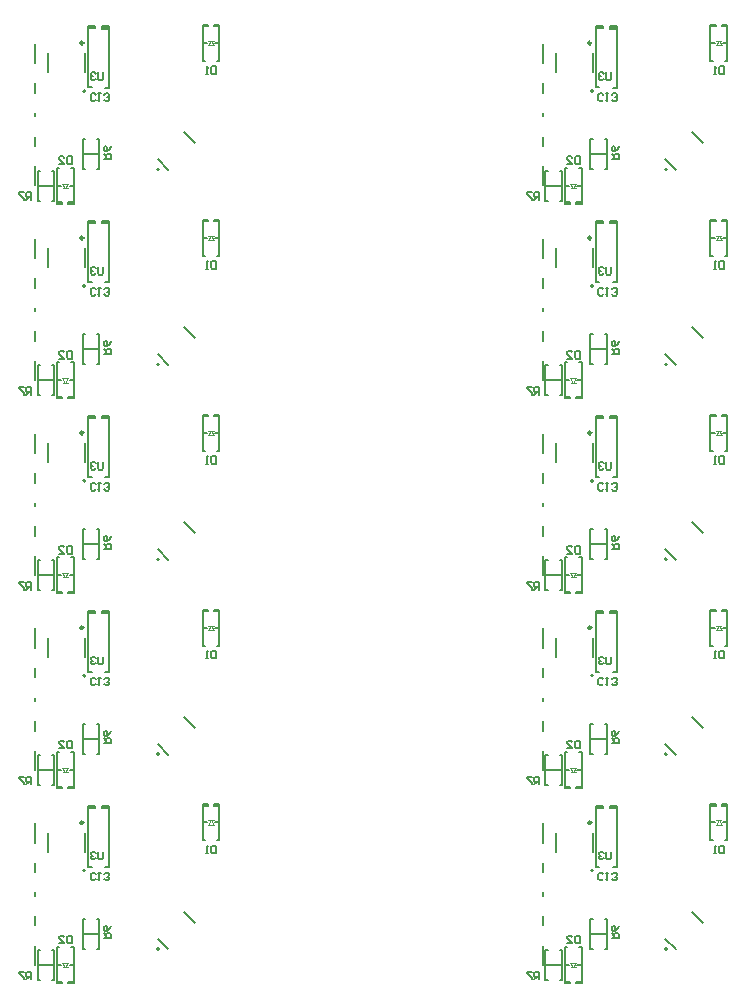
<source format=gbo>
G04*
G04 #@! TF.GenerationSoftware,Altium Limited,Altium Designer,22.10.1 (41)*
G04*
G04 Layer_Color=32896*
%FSTAX24Y24*%
%MOIN*%
G70*
G04*
G04 #@! TF.SameCoordinates,5BB37C8D-2695-4AAB-85CC-B91A701228BC*
G04*
G04*
G04 #@! TF.FilePolarity,Positive*
G04*
G01*
G75*
%ADD52C,0.0079*%
%ADD53C,0.0098*%
%ADD54C,0.0059*%
%ADD55C,0.0050*%
%ADD56C,0.0060*%
%ADD88C,0.0039*%
%ADD89R,0.0236X0.0059*%
%ADD90R,0.0236X0.0059*%
D52*
X020836Y017369D02*
G03*
X020836Y017369I-000039J0D01*
G01*
X0233Y014759D02*
G03*
X0233Y014759I-000039J0D01*
G01*
X021627Y017487D02*
Y019534D01*
X021391D02*
X021627D01*
X021509Y017487D02*
X021627D01*
X021391Y019456D02*
Y019534D01*
Y019456D02*
X021627D01*
X020929Y017494D02*
Y019541D01*
X021165D01*
X020929Y017494D02*
X021047Y017494D01*
X021165Y019462D02*
Y019541D01*
X020929Y019462D02*
X021165D01*
X037765Y017369D02*
G03*
X037765Y017369I-000039J0D01*
G01*
X040229Y014759D02*
G03*
X040229Y014759I-000039J0D01*
G01*
X038556Y017487D02*
Y019534D01*
X03832D02*
X038556D01*
X038438Y017487D02*
X038556D01*
X03832Y019456D02*
Y019534D01*
Y019456D02*
X038556D01*
X037858Y017494D02*
Y019541D01*
X038094D01*
X037858Y017494D02*
X037976Y017494D01*
X038094Y019462D02*
Y019541D01*
X037858Y019462D02*
X038094D01*
X020836Y023865D02*
G03*
X020836Y023865I-000039J0D01*
G01*
X0233Y021255D02*
G03*
X0233Y021255I-000039J0D01*
G01*
X021627Y023983D02*
Y02603D01*
X021391D02*
X021627D01*
X021509Y023983D02*
X021627D01*
X021391Y025952D02*
Y02603D01*
Y025952D02*
X021627D01*
X020929Y02399D02*
Y026037D01*
X021165D01*
X020929Y02399D02*
X021047Y02399D01*
X021165Y025958D02*
Y026037D01*
X020929Y025958D02*
X021165D01*
X037765Y023865D02*
G03*
X037765Y023865I-000039J0D01*
G01*
X040229Y021255D02*
G03*
X040229Y021255I-000039J0D01*
G01*
X038556Y023983D02*
Y02603D01*
X03832D02*
X038556D01*
X038438Y023983D02*
X038556D01*
X03832Y025952D02*
Y02603D01*
Y025952D02*
X038556D01*
X037858Y02399D02*
Y026037D01*
X038094D01*
X037858Y02399D02*
X037976Y02399D01*
X038094Y025958D02*
Y026037D01*
X037858Y025958D02*
X038094D01*
X020836Y030361D02*
G03*
X020836Y030361I-000039J0D01*
G01*
X0233Y027751D02*
G03*
X0233Y027751I-000039J0D01*
G01*
X021627Y030479D02*
Y032526D01*
X021391D02*
X021627D01*
X021509Y030479D02*
X021627D01*
X021391Y032448D02*
Y032526D01*
Y032448D02*
X021627D01*
X020929Y030486D02*
Y032533D01*
X021165D01*
X020929Y030486D02*
X021047Y030486D01*
X021165Y032454D02*
Y032533D01*
X020929Y032454D02*
X021165D01*
X037765Y030361D02*
G03*
X037765Y030361I-000039J0D01*
G01*
X040229Y027751D02*
G03*
X040229Y027751I-000039J0D01*
G01*
X038556Y030479D02*
Y032526D01*
X03832D02*
X038556D01*
X038438Y030479D02*
X038556D01*
X03832Y032448D02*
Y032526D01*
Y032448D02*
X038556D01*
X037858Y030486D02*
Y032533D01*
X038094D01*
X037858Y030486D02*
X037976Y030486D01*
X038094Y032454D02*
Y032533D01*
X037858Y032454D02*
X038094D01*
X020836Y036857D02*
G03*
X020836Y036857I-000039J0D01*
G01*
X0233Y034247D02*
G03*
X0233Y034247I-000039J0D01*
G01*
X021627Y036975D02*
Y039023D01*
X021391D02*
X021627D01*
X021509Y036975D02*
X021627D01*
X021391Y038944D02*
Y039023D01*
Y038944D02*
X021627D01*
X020929Y036982D02*
Y039029D01*
X021165D01*
X020929Y036982D02*
X021047Y036982D01*
X021165Y03895D02*
Y039029D01*
X020929Y03895D02*
X021165D01*
X037765Y036857D02*
G03*
X037765Y036857I-000039J0D01*
G01*
X040229Y034247D02*
G03*
X040229Y034247I-000039J0D01*
G01*
X038556Y036975D02*
Y039023D01*
X03832D02*
X038556D01*
X038438Y036975D02*
X038556D01*
X03832Y038944D02*
Y039023D01*
Y038944D02*
X038556D01*
X037858Y036982D02*
Y039029D01*
X038094D01*
X037858Y036982D02*
X037976Y036982D01*
X038094Y03895D02*
Y039029D01*
X037858Y03895D02*
X038094D01*
X020836Y043353D02*
G03*
X020836Y043353I-000039J0D01*
G01*
X0233Y040743D02*
G03*
X0233Y040743I-000039J0D01*
G01*
X021627Y043471D02*
Y045519D01*
X021391D02*
X021627D01*
X021509Y043471D02*
X021627D01*
X021391Y04544D02*
Y045519D01*
Y04544D02*
X021627D01*
X020929Y043478D02*
Y045525D01*
X021165D01*
X020929Y043478D02*
X021047Y043478D01*
X021165Y045446D02*
Y045525D01*
X020929Y045446D02*
X021165D01*
X037765Y043353D02*
G03*
X037765Y043353I-000039J0D01*
G01*
X040229Y040743D02*
G03*
X040229Y040743I-000039J0D01*
G01*
X038556Y043471D02*
Y045519D01*
X03832D02*
X038556D01*
X038438Y043471D02*
X038556D01*
X03832Y04544D02*
Y045519D01*
Y04544D02*
X038556D01*
X037858Y043478D02*
Y045525D01*
X038094D01*
X037858Y043478D02*
X037976Y043478D01*
X038094Y045446D02*
Y045525D01*
X037858Y045446D02*
X038094D01*
D53*
X020772Y018971D02*
G03*
X020772Y018971I-000049J0D01*
G01*
X037701D02*
G03*
X037701Y018971I-000049J0D01*
G01*
X020772Y025467D02*
G03*
X020772Y025467I-000049J0D01*
G01*
X037701D02*
G03*
X037701Y025467I-000049J0D01*
G01*
X020772Y031963D02*
G03*
X020772Y031963I-000049J0D01*
G01*
X037701D02*
G03*
X037701Y031963I-000049J0D01*
G01*
X020772Y03846D02*
G03*
X020772Y03846I-000049J0D01*
G01*
X037701D02*
G03*
X037701Y03846I-000049J0D01*
G01*
X020772Y044956D02*
G03*
X020772Y044956I-000049J0D01*
G01*
X037701D02*
G03*
X037701Y044956I-000049J0D01*
G01*
D54*
X025123Y019526D02*
Y019576D01*
X025299Y019576D01*
Y019526D02*
Y019576D01*
X024923Y019526D02*
Y019576D01*
X024747Y019576D02*
X024923Y019576D01*
X024747Y019526D02*
Y019576D01*
X025223Y018376D02*
X025299D01*
Y019567D01*
X025123Y019526D02*
X025299D01*
X024747D02*
X024923D01*
X024747Y018376D02*
Y019567D01*
Y018376D02*
X024823D01*
X024747Y018976D02*
X024885D01*
X025161D02*
X025299D01*
X020747Y015271D02*
X021298D01*
X021223Y014771D02*
X021298D01*
Y015771D01*
X021223D02*
X021298D01*
X020747D02*
X020823D01*
X020747Y014771D02*
Y015771D01*
Y014771D02*
X020823D01*
X020073Y013671D02*
X020073Y013621D01*
X019897Y013621D02*
X020073Y013621D01*
X019897Y013671D02*
X019897Y013621D01*
X020273Y013671D02*
X020273Y013621D01*
X020449Y013621D01*
X020449Y013671D02*
X020449Y013621D01*
X019897Y014821D02*
X019973Y014821D01*
X019897Y013631D02*
X019897Y014821D01*
X019897Y013671D02*
X020073Y013671D01*
X020273Y013671D02*
X020449Y013671D01*
Y013631D02*
Y014821D01*
X020373Y014821D02*
X020449Y014821D01*
X020311Y014221D02*
X020449Y014221D01*
X019897Y014221D02*
X020035D01*
X019247Y013721D02*
X019323D01*
X019247D02*
Y014721D01*
X019323D01*
X019723Y014721D02*
X019799Y014721D01*
Y013721D02*
Y014721D01*
X019723Y013721D02*
X019799Y013721D01*
X019247Y014221D02*
X019799Y014221D01*
X019148Y018298D02*
Y018948D01*
X019148Y017629D02*
X019148Y017314D01*
Y016526D02*
Y016645D01*
X019148Y015542D02*
X019148Y015857D01*
Y014223D02*
Y014873D01*
X042052Y019526D02*
Y019576D01*
X042228Y019576D01*
Y019526D02*
Y019576D01*
X041852Y019526D02*
Y019576D01*
X041676Y019576D02*
X041852Y019576D01*
X041676Y019526D02*
Y019576D01*
X042152Y018376D02*
X042228D01*
Y019567D01*
X042052Y019526D02*
X042228D01*
X041676D02*
X041852D01*
X041676Y018376D02*
Y019567D01*
Y018376D02*
X041752D01*
X041676Y018976D02*
X041814D01*
X04209D02*
X042228D01*
X037676Y015271D02*
X038228D01*
X038152Y014771D02*
X038228D01*
Y015771D01*
X038152D02*
X038228D01*
X037676D02*
X037752D01*
X037676Y014771D02*
Y015771D01*
Y014771D02*
X037752D01*
X037002Y013671D02*
X037002Y013621D01*
X036826Y013621D02*
X037002Y013621D01*
X036826Y013671D02*
X036826Y013621D01*
X037202Y013671D02*
X037202Y013621D01*
X037378Y013621D01*
X037378Y013671D02*
X037378Y013621D01*
X036826Y014821D02*
X036902Y014821D01*
X036826Y013631D02*
X036826Y014821D01*
X036826Y013671D02*
X037002Y013671D01*
X037202Y013671D02*
X037378Y013671D01*
Y013631D02*
Y014821D01*
X037302Y014821D02*
X037378Y014821D01*
X03724Y014221D02*
X037378Y014221D01*
X036826Y014221D02*
X036964D01*
X036176Y013721D02*
X036252D01*
X036176D02*
Y014721D01*
X036252D01*
X036652Y014721D02*
X036728Y014721D01*
Y013721D02*
Y014721D01*
X036652Y013721D02*
X036728Y013721D01*
X036176Y014221D02*
X036728Y014221D01*
X036077Y018298D02*
Y018948D01*
X036077Y017629D02*
X036077Y017314D01*
Y016526D02*
Y016645D01*
X036077Y015542D02*
X036077Y015857D01*
Y014223D02*
Y014873D01*
X025123Y026022D02*
Y026072D01*
X025299Y026072D01*
Y026022D02*
Y026072D01*
X024923Y026022D02*
Y026072D01*
X024747Y026072D02*
X024923Y026072D01*
X024747Y026022D02*
Y026072D01*
X025223Y024872D02*
X025299D01*
Y026063D01*
X025123Y026022D02*
X025299D01*
X024747D02*
X024923D01*
X024747Y024872D02*
Y026063D01*
Y024872D02*
X024823D01*
X024747Y025472D02*
X024885D01*
X025161D02*
X025299D01*
X020747Y021767D02*
X021298D01*
X021223Y021267D02*
X021298D01*
Y022267D01*
X021223D02*
X021298D01*
X020747D02*
X020823D01*
X020747Y021267D02*
Y022267D01*
Y021267D02*
X020823D01*
X020073Y020167D02*
X020073Y020117D01*
X019897Y020117D02*
X020073Y020117D01*
X019897Y020167D02*
X019897Y020117D01*
X020273Y020167D02*
X020273Y020117D01*
X020449Y020117D01*
X020449Y020167D02*
X020449Y020117D01*
X019897Y021317D02*
X019973Y021317D01*
X019897Y020127D02*
X019897Y021317D01*
X019897Y020167D02*
X020073Y020167D01*
X020273Y020167D02*
X020449Y020167D01*
Y020127D02*
Y021317D01*
X020373Y021317D02*
X020449Y021317D01*
X020311Y020717D02*
X020449Y020717D01*
X019897Y020717D02*
X020035D01*
X019247Y020217D02*
X019323D01*
X019247D02*
Y021217D01*
X019323D01*
X019723Y021217D02*
X019799Y021217D01*
Y020217D02*
Y021217D01*
X019723Y020217D02*
X019799Y020217D01*
X019247Y020717D02*
X019799Y020717D01*
X019148Y024794D02*
Y025444D01*
X019148Y024125D02*
X019148Y02381D01*
Y023022D02*
Y023141D01*
X019148Y022038D02*
X019148Y022353D01*
Y020719D02*
Y021369D01*
X042052Y026022D02*
Y026072D01*
X042228Y026072D01*
Y026022D02*
Y026072D01*
X041852Y026022D02*
Y026072D01*
X041676Y026072D02*
X041852Y026072D01*
X041676Y026022D02*
Y026072D01*
X042152Y024872D02*
X042228D01*
Y026063D01*
X042052Y026022D02*
X042228D01*
X041676D02*
X041852D01*
X041676Y024872D02*
Y026063D01*
Y024872D02*
X041752D01*
X041676Y025472D02*
X041814D01*
X04209D02*
X042228D01*
X037676Y021767D02*
X038228D01*
X038152Y021267D02*
X038228D01*
Y022267D01*
X038152D02*
X038228D01*
X037676D02*
X037752D01*
X037676Y021267D02*
Y022267D01*
Y021267D02*
X037752D01*
X037002Y020167D02*
X037002Y020117D01*
X036826Y020117D02*
X037002Y020117D01*
X036826Y020167D02*
X036826Y020117D01*
X037202Y020167D02*
X037202Y020117D01*
X037378Y020117D01*
X037378Y020167D02*
X037378Y020117D01*
X036826Y021317D02*
X036902Y021317D01*
X036826Y020127D02*
X036826Y021317D01*
X036826Y020167D02*
X037002Y020167D01*
X037202Y020167D02*
X037378Y020167D01*
Y020127D02*
Y021317D01*
X037302Y021317D02*
X037378Y021317D01*
X03724Y020717D02*
X037378Y020717D01*
X036826Y020717D02*
X036964D01*
X036176Y020217D02*
X036252D01*
X036176D02*
Y021217D01*
X036252D01*
X036652Y021217D02*
X036728Y021217D01*
Y020217D02*
Y021217D01*
X036652Y020217D02*
X036728Y020217D01*
X036176Y020717D02*
X036728Y020717D01*
X036077Y024794D02*
Y025444D01*
X036077Y024125D02*
X036077Y02381D01*
Y023022D02*
Y023141D01*
X036077Y022038D02*
X036077Y022353D01*
Y020719D02*
Y021369D01*
X025123Y032518D02*
Y032568D01*
X025299Y032568D01*
Y032518D02*
Y032568D01*
X024923Y032518D02*
Y032568D01*
X024747Y032568D02*
X024923Y032568D01*
X024747Y032518D02*
Y032568D01*
X025223Y031368D02*
X025299D01*
Y032559D01*
X025123Y032518D02*
X025299D01*
X024747D02*
X024923D01*
X024747Y031368D02*
Y032559D01*
Y031368D02*
X024823D01*
X024747Y031968D02*
X024885D01*
X025161D02*
X025299D01*
X020747Y028263D02*
X021298D01*
X021223Y027763D02*
X021298D01*
Y028763D01*
X021223D02*
X021298D01*
X020747D02*
X020823D01*
X020747Y027763D02*
Y028763D01*
Y027763D02*
X020823D01*
X020073Y026663D02*
X020073Y026613D01*
X019897Y026613D02*
X020073Y026613D01*
X019897Y026663D02*
X019897Y026613D01*
X020273Y026663D02*
X020273Y026613D01*
X020449Y026613D01*
X020449Y026663D02*
X020449Y026613D01*
X019897Y027813D02*
X019973Y027813D01*
X019897Y026623D02*
X019897Y027813D01*
X019897Y026663D02*
X020073Y026663D01*
X020273Y026663D02*
X020449Y026663D01*
Y026623D02*
Y027813D01*
X020373Y027813D02*
X020449Y027813D01*
X020311Y027213D02*
X020449Y027213D01*
X019897Y027213D02*
X020035D01*
X019247Y026713D02*
X019323D01*
X019247D02*
Y027713D01*
X019323D01*
X019723Y027713D02*
X019799Y027713D01*
Y026713D02*
Y027713D01*
X019723Y026713D02*
X019799Y026713D01*
X019247Y027213D02*
X019799Y027213D01*
X019148Y03129D02*
Y03194D01*
X019148Y030621D02*
X019148Y030306D01*
Y029519D02*
Y029637D01*
X019148Y028534D02*
X019148Y028849D01*
Y027215D02*
Y027865D01*
X042052Y032518D02*
Y032568D01*
X042228Y032568D01*
Y032518D02*
Y032568D01*
X041852Y032518D02*
Y032568D01*
X041676Y032568D02*
X041852Y032568D01*
X041676Y032518D02*
Y032568D01*
X042152Y031368D02*
X042228D01*
Y032559D01*
X042052Y032518D02*
X042228D01*
X041676D02*
X041852D01*
X041676Y031368D02*
Y032559D01*
Y031368D02*
X041752D01*
X041676Y031968D02*
X041814D01*
X04209D02*
X042228D01*
X037676Y028263D02*
X038228D01*
X038152Y027763D02*
X038228D01*
Y028763D01*
X038152D02*
X038228D01*
X037676D02*
X037752D01*
X037676Y027763D02*
Y028763D01*
Y027763D02*
X037752D01*
X037002Y026663D02*
X037002Y026613D01*
X036826Y026613D02*
X037002Y026613D01*
X036826Y026663D02*
X036826Y026613D01*
X037202Y026663D02*
X037202Y026613D01*
X037378Y026613D01*
X037378Y026663D02*
X037378Y026613D01*
X036826Y027813D02*
X036902Y027813D01*
X036826Y026623D02*
X036826Y027813D01*
X036826Y026663D02*
X037002Y026663D01*
X037202Y026663D02*
X037378Y026663D01*
Y026623D02*
Y027813D01*
X037302Y027813D02*
X037378Y027813D01*
X03724Y027213D02*
X037378Y027213D01*
X036826Y027213D02*
X036964D01*
X036176Y026713D02*
X036252D01*
X036176D02*
Y027713D01*
X036252D01*
X036652Y027713D02*
X036728Y027713D01*
Y026713D02*
Y027713D01*
X036652Y026713D02*
X036728Y026713D01*
X036176Y027213D02*
X036728Y027213D01*
X036077Y03129D02*
Y03194D01*
X036077Y030621D02*
X036077Y030306D01*
Y029519D02*
Y029637D01*
X036077Y028534D02*
X036077Y028849D01*
Y027215D02*
Y027865D01*
X025123Y039014D02*
Y039064D01*
X025299Y039064D01*
Y039014D02*
Y039064D01*
X024923Y039014D02*
Y039064D01*
X024747Y039064D02*
X024923Y039064D01*
X024747Y039014D02*
Y039064D01*
X025223Y037864D02*
X025299D01*
Y039055D01*
X025123Y039014D02*
X025299D01*
X024747D02*
X024923D01*
X024747Y037864D02*
Y039055D01*
Y037864D02*
X024823D01*
X024747Y038464D02*
X024885D01*
X025161D02*
X025299D01*
X020747Y03476D02*
X021298D01*
X021223Y03426D02*
X021298D01*
Y03526D01*
X021223D02*
X021298D01*
X020747D02*
X020823D01*
X020747Y03426D02*
Y03526D01*
Y03426D02*
X020823D01*
X020073Y03316D02*
X020073Y03311D01*
X019897Y03311D02*
X020073Y03311D01*
X019897Y03316D02*
X019897Y03311D01*
X020273Y03316D02*
X020273Y03311D01*
X020449Y03311D01*
X020449Y03316D02*
X020449Y03311D01*
X019897Y03431D02*
X019973Y03431D01*
X019897Y033119D02*
X019897Y03431D01*
X019897Y03316D02*
X020073Y03316D01*
X020273Y03316D02*
X020449Y03316D01*
Y033119D02*
Y03431D01*
X020373Y03431D02*
X020449Y03431D01*
X020311Y03371D02*
X020449Y03371D01*
X019897Y03371D02*
X020035D01*
X019247Y03321D02*
X019323D01*
X019247D02*
Y03421D01*
X019323D01*
X019723Y03421D02*
X019799Y03421D01*
Y03321D02*
Y03421D01*
X019723Y03321D02*
X019799Y03321D01*
X019247Y03371D02*
X019799Y03371D01*
X019148Y037786D02*
Y038436D01*
X019148Y037117D02*
X019148Y036802D01*
Y036015D02*
Y036133D01*
X019148Y03503D02*
X019148Y035345D01*
Y033711D02*
Y034361D01*
X042052Y039014D02*
Y039064D01*
X042228Y039064D01*
Y039014D02*
Y039064D01*
X041852Y039014D02*
Y039064D01*
X041676Y039064D02*
X041852Y039064D01*
X041676Y039014D02*
Y039064D01*
X042152Y037864D02*
X042228D01*
Y039055D01*
X042052Y039014D02*
X042228D01*
X041676D02*
X041852D01*
X041676Y037864D02*
Y039055D01*
Y037864D02*
X041752D01*
X041676Y038464D02*
X041814D01*
X04209D02*
X042228D01*
X037676Y03476D02*
X038228D01*
X038152Y03426D02*
X038228D01*
Y03526D01*
X038152D02*
X038228D01*
X037676D02*
X037752D01*
X037676Y03426D02*
Y03526D01*
Y03426D02*
X037752D01*
X037002Y03316D02*
X037002Y03311D01*
X036826Y03311D02*
X037002Y03311D01*
X036826Y03316D02*
X036826Y03311D01*
X037202Y03316D02*
X037202Y03311D01*
X037378Y03311D01*
X037378Y03316D02*
X037378Y03311D01*
X036826Y03431D02*
X036902Y03431D01*
X036826Y033119D02*
X036826Y03431D01*
X036826Y03316D02*
X037002Y03316D01*
X037202Y03316D02*
X037378Y03316D01*
Y033119D02*
Y03431D01*
X037302Y03431D02*
X037378Y03431D01*
X03724Y03371D02*
X037378Y03371D01*
X036826Y03371D02*
X036964D01*
X036176Y03321D02*
X036252D01*
X036176D02*
Y03421D01*
X036252D01*
X036652Y03421D02*
X036728Y03421D01*
Y03321D02*
Y03421D01*
X036652Y03321D02*
X036728Y03321D01*
X036176Y03371D02*
X036728Y03371D01*
X036077Y037786D02*
Y038436D01*
X036077Y037117D02*
X036077Y036802D01*
Y036015D02*
Y036133D01*
X036077Y03503D02*
X036077Y035345D01*
Y033711D02*
Y034361D01*
X025123Y04551D02*
Y04556D01*
X025299Y04556D01*
Y04551D02*
Y04556D01*
X024923Y04551D02*
Y04556D01*
X024747Y04556D02*
X024923Y04556D01*
X024747Y04551D02*
Y04556D01*
X025223Y04436D02*
X025299D01*
Y045551D01*
X025123Y04551D02*
X025299D01*
X024747D02*
X024923D01*
X024747Y04436D02*
Y045551D01*
Y04436D02*
X024823D01*
X024747Y04496D02*
X024885D01*
X025161D02*
X025299D01*
X020747Y041256D02*
X021298D01*
X021223Y040756D02*
X021298D01*
Y041756D01*
X021223D02*
X021298D01*
X020747D02*
X020823D01*
X020747Y040756D02*
Y041756D01*
Y040756D02*
X020823D01*
X020073Y039656D02*
X020073Y039606D01*
X019897Y039606D02*
X020073Y039606D01*
X019897Y039656D02*
X019897Y039606D01*
X020273Y039656D02*
X020273Y039606D01*
X020449Y039606D01*
X020449Y039656D02*
X020449Y039606D01*
X019897Y040806D02*
X019973Y040806D01*
X019897Y039615D02*
X019897Y040806D01*
X019897Y039656D02*
X020073Y039656D01*
X020273Y039656D02*
X020449Y039656D01*
Y039615D02*
Y040806D01*
X020373Y040806D02*
X020449Y040806D01*
X020311Y040206D02*
X020449Y040206D01*
X019897Y040206D02*
X020035D01*
X019247Y039706D02*
X019323D01*
X019247D02*
Y040706D01*
X019323D01*
X019723Y040706D02*
X019799Y040706D01*
Y039706D02*
Y040706D01*
X019723Y039706D02*
X019799Y039706D01*
X019247Y040206D02*
X019799Y040206D01*
X019148Y044282D02*
Y044932D01*
X019148Y043613D02*
X019148Y043298D01*
Y042511D02*
Y042629D01*
X019148Y041526D02*
X019148Y041841D01*
Y040208D02*
Y040857D01*
X042052Y04551D02*
Y04556D01*
X042228Y04556D01*
Y04551D02*
Y04556D01*
X041852Y04551D02*
Y04556D01*
X041676Y04556D02*
X041852Y04556D01*
X041676Y04551D02*
Y04556D01*
X042152Y04436D02*
X042228D01*
Y045551D01*
X042052Y04551D02*
X042228D01*
X041676D02*
X041852D01*
X041676Y04436D02*
Y045551D01*
Y04436D02*
X041752D01*
X041676Y04496D02*
X041814D01*
X04209D02*
X042228D01*
X037676Y041256D02*
X038228D01*
X038152Y040756D02*
X038228D01*
Y041756D01*
X038152D02*
X038228D01*
X037676D02*
X037752D01*
X037676Y040756D02*
Y041756D01*
Y040756D02*
X037752D01*
X037002Y039656D02*
X037002Y039606D01*
X036826Y039606D02*
X037002Y039606D01*
X036826Y039656D02*
X036826Y039606D01*
X037202Y039656D02*
X037202Y039606D01*
X037378Y039606D01*
X037378Y039656D02*
X037378Y039606D01*
X036826Y040806D02*
X036902Y040806D01*
X036826Y039615D02*
X036826Y040806D01*
X036826Y039656D02*
X037002Y039656D01*
X037202Y039656D02*
X037378Y039656D01*
Y039615D02*
Y040806D01*
X037302Y040806D02*
X037378Y040806D01*
X03724Y040206D02*
X037378Y040206D01*
X036826Y040206D02*
X036964D01*
X036176Y039706D02*
X036252D01*
X036176D02*
Y040706D01*
X036252D01*
X036652Y040706D02*
X036728Y040706D01*
Y039706D02*
Y040706D01*
X036652Y039706D02*
X036728Y039706D01*
X036176Y040206D02*
X036728Y040206D01*
X036077Y044282D02*
Y044932D01*
X036077Y043613D02*
X036077Y043298D01*
Y042511D02*
Y042629D01*
X036077Y041526D02*
X036077Y041841D01*
Y040208D02*
Y040857D01*
D55*
X020838Y018006D02*
Y018636D01*
X019607Y018006D02*
Y018636D01*
X023247Y015107D02*
X023608Y014745D01*
X024137Y015998D02*
X024499Y015636D01*
X037768Y018006D02*
Y018636D01*
X036536Y018006D02*
Y018636D01*
X040176Y015107D02*
X040538Y014745D01*
X041067Y015998D02*
X041428Y015636D01*
X020838Y024502D02*
Y025132D01*
X019607Y024502D02*
Y025132D01*
X023247Y021603D02*
X023608Y021241D01*
X024137Y022494D02*
X024499Y022132D01*
X037768Y024502D02*
Y025132D01*
X036536Y024502D02*
Y025132D01*
X040176Y021603D02*
X040538Y021241D01*
X041067Y022494D02*
X041428Y022132D01*
X020838Y030998D02*
Y031628D01*
X019607Y030998D02*
Y031628D01*
X023247Y028099D02*
X023608Y027737D01*
X024137Y02899D02*
X024499Y028628D01*
X037768Y030998D02*
Y031628D01*
X036536Y030998D02*
Y031628D01*
X040176Y028099D02*
X040538Y027737D01*
X041067Y02899D02*
X041428Y028628D01*
X020838Y037495D02*
Y038124D01*
X019607Y037495D02*
Y038124D01*
X023247Y034595D02*
X023608Y034233D01*
X024137Y035486D02*
X024499Y035124D01*
X037768Y037495D02*
Y038124D01*
X036536Y037495D02*
Y038124D01*
X040176Y034595D02*
X040538Y034233D01*
X041067Y035486D02*
X041428Y035124D01*
X020838Y043991D02*
Y044621D01*
X019607Y043991D02*
Y044621D01*
X023247Y041091D02*
X023608Y040729D01*
X024137Y041982D02*
X024499Y04162D01*
X037768Y043991D02*
Y044621D01*
X036536Y043991D02*
Y044621D01*
X040176Y041091D02*
X040538Y040729D01*
X041067Y041982D02*
X041428Y04162D01*
D56*
X021431Y017996D02*
Y017788D01*
X02139Y017746D01*
X021306D01*
X021265Y017788D01*
Y017996D01*
X021181Y017955D02*
X02114Y017996D01*
X021056D01*
X021015Y017955D01*
Y017913D01*
X021056Y017871D01*
X021098D01*
X021056D01*
X021015Y01783D01*
Y017788D01*
X021056Y017746D01*
X02114D01*
X021181Y017788D01*
X019031Y013746D02*
Y013996D01*
X018906D01*
X018865Y013955D01*
Y013871D01*
X018906Y01383D01*
X019031D01*
X018948D02*
X018865Y013746D01*
X018781Y013996D02*
X018615D01*
Y013955D01*
X018781Y013788D01*
Y013746D01*
X020381Y015196D02*
Y014946D01*
X020256D01*
X020215Y014988D01*
Y015155D01*
X020256Y015196D01*
X020381D01*
X019965Y014946D02*
X020131D01*
X019965Y015113D01*
Y015155D01*
X020006Y015196D01*
X02009D01*
X020131Y015155D01*
X021448Y015113D02*
X021698D01*
Y015238D01*
X021656Y01528D01*
X021573D01*
X021531Y015238D01*
Y015113D01*
Y015196D02*
X021448Y01528D01*
X021698Y01553D02*
X021656Y015446D01*
X021573Y015363D01*
X02149D01*
X021448Y015405D01*
Y015488D01*
X02149Y01553D01*
X021531D01*
X021573Y015488D01*
Y015363D01*
X02519Y018196D02*
Y017946D01*
X025065D01*
X025023Y017988D01*
Y018155D01*
X025065Y018196D01*
X02519D01*
X02494Y017946D02*
X024856D01*
X024898D01*
Y018196D01*
X02494Y018155D01*
X021177Y017088D02*
X021135Y017046D01*
X021052D01*
X021011Y017088D01*
Y017255D01*
X021052Y017296D01*
X021135D01*
X021177Y017255D01*
X02126Y017296D02*
X021344D01*
X021302D01*
Y017046D01*
X02126Y017088D01*
X021469D02*
X02151Y017046D01*
X021594D01*
X021635Y017088D01*
Y01713D01*
X021594Y017171D01*
X021552D01*
X021594D01*
X021635Y017213D01*
Y017255D01*
X021594Y017296D01*
X02151D01*
X021469Y017255D01*
X03836Y017996D02*
Y017788D01*
X038319Y017746D01*
X038235D01*
X038194Y017788D01*
Y017996D01*
X03811Y017955D02*
X038069Y017996D01*
X037985D01*
X037944Y017955D01*
Y017913D01*
X037985Y017871D01*
X038027D01*
X037985D01*
X037944Y01783D01*
Y017788D01*
X037985Y017746D01*
X038069D01*
X03811Y017788D01*
X03596Y013746D02*
Y013996D01*
X035835D01*
X035794Y013955D01*
Y013871D01*
X035835Y01383D01*
X03596D01*
X035877D02*
X035794Y013746D01*
X03571Y013996D02*
X035544D01*
Y013955D01*
X03571Y013788D01*
Y013746D01*
X03731Y015196D02*
Y014946D01*
X037185D01*
X037144Y014988D01*
Y015155D01*
X037185Y015196D01*
X03731D01*
X036894Y014946D02*
X03706D01*
X036894Y015113D01*
Y015155D01*
X036935Y015196D01*
X037019D01*
X03706Y015155D01*
X038377Y015113D02*
X038627D01*
Y015238D01*
X038585Y01528D01*
X038502D01*
X03846Y015238D01*
Y015113D01*
Y015196D02*
X038377Y01528D01*
X038627Y01553D02*
X038585Y015446D01*
X038502Y015363D01*
X038419D01*
X038377Y015405D01*
Y015488D01*
X038419Y01553D01*
X03846D01*
X038502Y015488D01*
Y015363D01*
X042119Y018196D02*
Y017946D01*
X041994D01*
X041952Y017988D01*
Y018155D01*
X041994Y018196D01*
X042119D01*
X041869Y017946D02*
X041785D01*
X041827D01*
Y018196D01*
X041869Y018155D01*
X038106Y017088D02*
X038065Y017046D01*
X037981D01*
X03794Y017088D01*
Y017255D01*
X037981Y017296D01*
X038065D01*
X038106Y017255D01*
X03819Y017296D02*
X038273D01*
X038231D01*
Y017046D01*
X03819Y017088D01*
X038398D02*
X038439Y017046D01*
X038523D01*
X038564Y017088D01*
Y01713D01*
X038523Y017171D01*
X038481D01*
X038523D01*
X038564Y017213D01*
Y017255D01*
X038523Y017296D01*
X038439D01*
X038398Y017255D01*
X021431Y024492D02*
Y024284D01*
X02139Y024242D01*
X021306D01*
X021265Y024284D01*
Y024492D01*
X021181Y024451D02*
X02114Y024492D01*
X021056D01*
X021015Y024451D01*
Y024409D01*
X021056Y024367D01*
X021098D01*
X021056D01*
X021015Y024326D01*
Y024284D01*
X021056Y024242D01*
X02114D01*
X021181Y024284D01*
X019031Y020242D02*
Y020492D01*
X018906D01*
X018865Y020451D01*
Y020367D01*
X018906Y020326D01*
X019031D01*
X018948D02*
X018865Y020242D01*
X018781Y020492D02*
X018615D01*
Y020451D01*
X018781Y020284D01*
Y020242D01*
X020381Y021692D02*
Y021442D01*
X020256D01*
X020215Y021484D01*
Y021651D01*
X020256Y021692D01*
X020381D01*
X019965Y021442D02*
X020131D01*
X019965Y021609D01*
Y021651D01*
X020006Y021692D01*
X02009D01*
X020131Y021651D01*
X021448Y021609D02*
X021698D01*
Y021734D01*
X021656Y021776D01*
X021573D01*
X021531Y021734D01*
Y021609D01*
Y021692D02*
X021448Y021776D01*
X021698Y022026D02*
X021656Y021942D01*
X021573Y021859D01*
X02149D01*
X021448Y021901D01*
Y021984D01*
X02149Y022026D01*
X021531D01*
X021573Y021984D01*
Y021859D01*
X02519Y024692D02*
Y024442D01*
X025065D01*
X025023Y024484D01*
Y024651D01*
X025065Y024692D01*
X02519D01*
X02494Y024442D02*
X024856D01*
X024898D01*
Y024692D01*
X02494Y024651D01*
X021177Y023584D02*
X021135Y023542D01*
X021052D01*
X021011Y023584D01*
Y023751D01*
X021052Y023792D01*
X021135D01*
X021177Y023751D01*
X02126Y023792D02*
X021344D01*
X021302D01*
Y023542D01*
X02126Y023584D01*
X021469D02*
X02151Y023542D01*
X021594D01*
X021635Y023584D01*
Y023626D01*
X021594Y023667D01*
X021552D01*
X021594D01*
X021635Y023709D01*
Y023751D01*
X021594Y023792D01*
X02151D01*
X021469Y023751D01*
X03836Y024492D02*
Y024284D01*
X038319Y024242D01*
X038235D01*
X038194Y024284D01*
Y024492D01*
X03811Y024451D02*
X038069Y024492D01*
X037985D01*
X037944Y024451D01*
Y024409D01*
X037985Y024367D01*
X038027D01*
X037985D01*
X037944Y024326D01*
Y024284D01*
X037985Y024242D01*
X038069D01*
X03811Y024284D01*
X03596Y020242D02*
Y020492D01*
X035835D01*
X035794Y020451D01*
Y020367D01*
X035835Y020326D01*
X03596D01*
X035877D02*
X035794Y020242D01*
X03571Y020492D02*
X035544D01*
Y020451D01*
X03571Y020284D01*
Y020242D01*
X03731Y021692D02*
Y021442D01*
X037185D01*
X037144Y021484D01*
Y021651D01*
X037185Y021692D01*
X03731D01*
X036894Y021442D02*
X03706D01*
X036894Y021609D01*
Y021651D01*
X036935Y021692D01*
X037019D01*
X03706Y021651D01*
X038377Y021609D02*
X038627D01*
Y021734D01*
X038585Y021776D01*
X038502D01*
X03846Y021734D01*
Y021609D01*
Y021692D02*
X038377Y021776D01*
X038627Y022026D02*
X038585Y021942D01*
X038502Y021859D01*
X038419D01*
X038377Y021901D01*
Y021984D01*
X038419Y022026D01*
X03846D01*
X038502Y021984D01*
Y021859D01*
X042119Y024692D02*
Y024442D01*
X041994D01*
X041952Y024484D01*
Y024651D01*
X041994Y024692D01*
X042119D01*
X041869Y024442D02*
X041785D01*
X041827D01*
Y024692D01*
X041869Y024651D01*
X038106Y023584D02*
X038065Y023542D01*
X037981D01*
X03794Y023584D01*
Y023751D01*
X037981Y023792D01*
X038065D01*
X038106Y023751D01*
X03819Y023792D02*
X038273D01*
X038231D01*
Y023542D01*
X03819Y023584D01*
X038398D02*
X038439Y023542D01*
X038523D01*
X038564Y023584D01*
Y023626D01*
X038523Y023667D01*
X038481D01*
X038523D01*
X038564Y023709D01*
Y023751D01*
X038523Y023792D01*
X038439D01*
X038398Y023751D01*
X021431Y030988D02*
Y03078D01*
X02139Y030738D01*
X021306D01*
X021265Y03078D01*
Y030988D01*
X021181Y030947D02*
X02114Y030988D01*
X021056D01*
X021015Y030947D01*
Y030905D01*
X021056Y030863D01*
X021098D01*
X021056D01*
X021015Y030822D01*
Y03078D01*
X021056Y030738D01*
X02114D01*
X021181Y03078D01*
X019031Y026738D02*
Y026988D01*
X018906D01*
X018865Y026947D01*
Y026863D01*
X018906Y026822D01*
X019031D01*
X018948D02*
X018865Y026738D01*
X018781Y026988D02*
X018615D01*
Y026947D01*
X018781Y02678D01*
Y026738D01*
X020381Y028188D02*
Y027938D01*
X020256D01*
X020215Y02798D01*
Y028147D01*
X020256Y028188D01*
X020381D01*
X019965Y027938D02*
X020131D01*
X019965Y028105D01*
Y028147D01*
X020006Y028188D01*
X02009D01*
X020131Y028147D01*
X021448Y028105D02*
X021698D01*
Y02823D01*
X021656Y028272D01*
X021573D01*
X021531Y02823D01*
Y028105D01*
Y028188D02*
X021448Y028272D01*
X021698Y028522D02*
X021656Y028438D01*
X021573Y028355D01*
X02149D01*
X021448Y028397D01*
Y02848D01*
X02149Y028522D01*
X021531D01*
X021573Y02848D01*
Y028355D01*
X02519Y031188D02*
Y030938D01*
X025065D01*
X025023Y03098D01*
Y031147D01*
X025065Y031188D01*
X02519D01*
X02494Y030938D02*
X024856D01*
X024898D01*
Y031188D01*
X02494Y031147D01*
X021177Y03008D02*
X021135Y030038D01*
X021052D01*
X021011Y03008D01*
Y030247D01*
X021052Y030288D01*
X021135D01*
X021177Y030247D01*
X02126Y030288D02*
X021344D01*
X021302D01*
Y030038D01*
X02126Y03008D01*
X021469D02*
X02151Y030038D01*
X021594D01*
X021635Y03008D01*
Y030122D01*
X021594Y030163D01*
X021552D01*
X021594D01*
X021635Y030205D01*
Y030247D01*
X021594Y030288D01*
X02151D01*
X021469Y030247D01*
X03836Y030988D02*
Y03078D01*
X038319Y030738D01*
X038235D01*
X038194Y03078D01*
Y030988D01*
X03811Y030947D02*
X038069Y030988D01*
X037985D01*
X037944Y030947D01*
Y030905D01*
X037985Y030863D01*
X038027D01*
X037985D01*
X037944Y030822D01*
Y03078D01*
X037985Y030738D01*
X038069D01*
X03811Y03078D01*
X03596Y026738D02*
Y026988D01*
X035835D01*
X035794Y026947D01*
Y026863D01*
X035835Y026822D01*
X03596D01*
X035877D02*
X035794Y026738D01*
X03571Y026988D02*
X035544D01*
Y026947D01*
X03571Y02678D01*
Y026738D01*
X03731Y028188D02*
Y027938D01*
X037185D01*
X037144Y02798D01*
Y028147D01*
X037185Y028188D01*
X03731D01*
X036894Y027938D02*
X03706D01*
X036894Y028105D01*
Y028147D01*
X036935Y028188D01*
X037019D01*
X03706Y028147D01*
X038377Y028105D02*
X038627D01*
Y02823D01*
X038585Y028272D01*
X038502D01*
X03846Y02823D01*
Y028105D01*
Y028188D02*
X038377Y028272D01*
X038627Y028522D02*
X038585Y028438D01*
X038502Y028355D01*
X038419D01*
X038377Y028397D01*
Y02848D01*
X038419Y028522D01*
X03846D01*
X038502Y02848D01*
Y028355D01*
X042119Y031188D02*
Y030938D01*
X041994D01*
X041952Y03098D01*
Y031147D01*
X041994Y031188D01*
X042119D01*
X041869Y030938D02*
X041785D01*
X041827D01*
Y031188D01*
X041869Y031147D01*
X038106Y03008D02*
X038065Y030038D01*
X037981D01*
X03794Y03008D01*
Y030247D01*
X037981Y030288D01*
X038065D01*
X038106Y030247D01*
X03819Y030288D02*
X038273D01*
X038231D01*
Y030038D01*
X03819Y03008D01*
X038398D02*
X038439Y030038D01*
X038523D01*
X038564Y03008D01*
Y030122D01*
X038523Y030163D01*
X038481D01*
X038523D01*
X038564Y030205D01*
Y030247D01*
X038523Y030288D01*
X038439D01*
X038398Y030247D01*
X021431Y037484D02*
Y037276D01*
X02139Y037235D01*
X021306D01*
X021265Y037276D01*
Y037484D01*
X021181Y037443D02*
X02114Y037484D01*
X021056D01*
X021015Y037443D01*
Y037401D01*
X021056Y03736D01*
X021098D01*
X021056D01*
X021015Y037318D01*
Y037276D01*
X021056Y037235D01*
X02114D01*
X021181Y037276D01*
X019031Y033235D02*
Y033484D01*
X018906D01*
X018865Y033443D01*
Y03336D01*
X018906Y033318D01*
X019031D01*
X018948D02*
X018865Y033235D01*
X018781Y033484D02*
X018615D01*
Y033443D01*
X018781Y033276D01*
Y033235D01*
X020381Y034684D02*
Y034435D01*
X020256D01*
X020215Y034476D01*
Y034643D01*
X020256Y034684D01*
X020381D01*
X019965Y034435D02*
X020131D01*
X019965Y034601D01*
Y034643D01*
X020006Y034684D01*
X02009D01*
X020131Y034643D01*
X021448Y034601D02*
X021698D01*
Y034726D01*
X021656Y034768D01*
X021573D01*
X021531Y034726D01*
Y034601D01*
Y034685D02*
X021448Y034768D01*
X021698Y035018D02*
X021656Y034934D01*
X021573Y034851D01*
X02149D01*
X021448Y034893D01*
Y034976D01*
X02149Y035018D01*
X021531D01*
X021573Y034976D01*
Y034851D01*
X02519Y037684D02*
Y037435D01*
X025065D01*
X025023Y037476D01*
Y037643D01*
X025065Y037684D01*
X02519D01*
X02494Y037435D02*
X024856D01*
X024898D01*
Y037684D01*
X02494Y037643D01*
X021177Y036576D02*
X021135Y036535D01*
X021052D01*
X021011Y036576D01*
Y036743D01*
X021052Y036784D01*
X021135D01*
X021177Y036743D01*
X02126Y036784D02*
X021344D01*
X021302D01*
Y036535D01*
X02126Y036576D01*
X021469D02*
X02151Y036535D01*
X021594D01*
X021635Y036576D01*
Y036618D01*
X021594Y03666D01*
X021552D01*
X021594D01*
X021635Y036701D01*
Y036743D01*
X021594Y036784D01*
X02151D01*
X021469Y036743D01*
X03836Y037484D02*
Y037276D01*
X038319Y037235D01*
X038235D01*
X038194Y037276D01*
Y037484D01*
X03811Y037443D02*
X038069Y037484D01*
X037985D01*
X037944Y037443D01*
Y037401D01*
X037985Y03736D01*
X038027D01*
X037985D01*
X037944Y037318D01*
Y037276D01*
X037985Y037235D01*
X038069D01*
X03811Y037276D01*
X03596Y033235D02*
Y033484D01*
X035835D01*
X035794Y033443D01*
Y03336D01*
X035835Y033318D01*
X03596D01*
X035877D02*
X035794Y033235D01*
X03571Y033484D02*
X035544D01*
Y033443D01*
X03571Y033276D01*
Y033235D01*
X03731Y034684D02*
Y034435D01*
X037185D01*
X037144Y034476D01*
Y034643D01*
X037185Y034684D01*
X03731D01*
X036894Y034435D02*
X03706D01*
X036894Y034601D01*
Y034643D01*
X036935Y034684D01*
X037019D01*
X03706Y034643D01*
X038377Y034601D02*
X038627D01*
Y034726D01*
X038585Y034768D01*
X038502D01*
X03846Y034726D01*
Y034601D01*
Y034685D02*
X038377Y034768D01*
X038627Y035018D02*
X038585Y034934D01*
X038502Y034851D01*
X038419D01*
X038377Y034893D01*
Y034976D01*
X038419Y035018D01*
X03846D01*
X038502Y034976D01*
Y034851D01*
X042119Y037684D02*
Y037435D01*
X041994D01*
X041952Y037476D01*
Y037643D01*
X041994Y037684D01*
X042119D01*
X041869Y037435D02*
X041785D01*
X041827D01*
Y037684D01*
X041869Y037643D01*
X038106Y036576D02*
X038065Y036535D01*
X037981D01*
X03794Y036576D01*
Y036743D01*
X037981Y036784D01*
X038065D01*
X038106Y036743D01*
X03819Y036784D02*
X038273D01*
X038231D01*
Y036535D01*
X03819Y036576D01*
X038398D02*
X038439Y036535D01*
X038523D01*
X038564Y036576D01*
Y036618D01*
X038523Y03666D01*
X038481D01*
X038523D01*
X038564Y036701D01*
Y036743D01*
X038523Y036784D01*
X038439D01*
X038398Y036743D01*
X021431Y043981D02*
Y043772D01*
X02139Y043731D01*
X021306D01*
X021265Y043772D01*
Y043981D01*
X021181Y043939D02*
X02114Y043981D01*
X021056D01*
X021015Y043939D01*
Y043897D01*
X021056Y043856D01*
X021098D01*
X021056D01*
X021015Y043814D01*
Y043772D01*
X021056Y043731D01*
X02114D01*
X021181Y043772D01*
X019031Y039731D02*
Y039981D01*
X018906D01*
X018865Y039939D01*
Y039856D01*
X018906Y039814D01*
X019031D01*
X018948D02*
X018865Y039731D01*
X018781Y039981D02*
X018615D01*
Y039939D01*
X018781Y039772D01*
Y039731D01*
X020381Y041181D02*
Y040931D01*
X020256D01*
X020215Y040972D01*
Y041139D01*
X020256Y041181D01*
X020381D01*
X019965Y040931D02*
X020131D01*
X019965Y041097D01*
Y041139D01*
X020006Y041181D01*
X02009D01*
X020131Y041139D01*
X021448Y041097D02*
X021698D01*
Y041222D01*
X021656Y041264D01*
X021573D01*
X021531Y041222D01*
Y041097D01*
Y041181D02*
X021448Y041264D01*
X021698Y041514D02*
X021656Y041431D01*
X021573Y041347D01*
X02149D01*
X021448Y041389D01*
Y041472D01*
X02149Y041514D01*
X021531D01*
X021573Y041472D01*
Y041347D01*
X02519Y044181D02*
Y043931D01*
X025065D01*
X025023Y043972D01*
Y044139D01*
X025065Y044181D01*
X02519D01*
X02494Y043931D02*
X024856D01*
X024898D01*
Y044181D01*
X02494Y044139D01*
X021177Y043072D02*
X021135Y043031D01*
X021052D01*
X021011Y043072D01*
Y043239D01*
X021052Y043281D01*
X021135D01*
X021177Y043239D01*
X02126Y043281D02*
X021344D01*
X021302D01*
Y043031D01*
X02126Y043072D01*
X021469D02*
X02151Y043031D01*
X021594D01*
X021635Y043072D01*
Y043114D01*
X021594Y043156D01*
X021552D01*
X021594D01*
X021635Y043197D01*
Y043239D01*
X021594Y043281D01*
X02151D01*
X021469Y043239D01*
X03836Y043981D02*
Y043772D01*
X038319Y043731D01*
X038235D01*
X038194Y043772D01*
Y043981D01*
X03811Y043939D02*
X038069Y043981D01*
X037985D01*
X037944Y043939D01*
Y043897D01*
X037985Y043856D01*
X038027D01*
X037985D01*
X037944Y043814D01*
Y043772D01*
X037985Y043731D01*
X038069D01*
X03811Y043772D01*
X03596Y039731D02*
Y039981D01*
X035835D01*
X035794Y039939D01*
Y039856D01*
X035835Y039814D01*
X03596D01*
X035877D02*
X035794Y039731D01*
X03571Y039981D02*
X035544D01*
Y039939D01*
X03571Y039772D01*
Y039731D01*
X03731Y041181D02*
Y040931D01*
X037185D01*
X037144Y040972D01*
Y041139D01*
X037185Y041181D01*
X03731D01*
X036894Y040931D02*
X03706D01*
X036894Y041097D01*
Y041139D01*
X036935Y041181D01*
X037019D01*
X03706Y041139D01*
X038377Y041097D02*
X038627D01*
Y041222D01*
X038585Y041264D01*
X038502D01*
X03846Y041222D01*
Y041097D01*
Y041181D02*
X038377Y041264D01*
X038627Y041514D02*
X038585Y041431D01*
X038502Y041347D01*
X038419D01*
X038377Y041389D01*
Y041472D01*
X038419Y041514D01*
X03846D01*
X038502Y041472D01*
Y041347D01*
X042119Y044181D02*
Y043931D01*
X041994D01*
X041952Y043972D01*
Y044139D01*
X041994Y044181D01*
X042119D01*
X041869Y043931D02*
X041785D01*
X041827D01*
Y044181D01*
X041869Y044139D01*
X038106Y043072D02*
X038065Y043031D01*
X037981D01*
X03794Y043072D01*
Y043239D01*
X037981Y043281D01*
X038065D01*
X038106Y043239D01*
X03819Y043281D02*
X038273D01*
X038231D01*
Y043031D01*
X03819Y043072D01*
X038398D02*
X038439Y043031D01*
X038523D01*
X038564Y043072D01*
Y043114D01*
X038523Y043156D01*
X038481D01*
X038523D01*
X038564Y043197D01*
Y043239D01*
X038523Y043281D01*
X038439D01*
X038398Y043239D01*
D88*
X025023Y019045D02*
X025121Y018907D01*
X025023D02*
X025121D01*
X025023Y019045D02*
X025111Y019045D01*
X024934D02*
X025023Y019045D01*
X024924Y018907D02*
X025023D01*
X024924D02*
X025023Y019045D01*
X020074Y01429D02*
X020173Y014152D01*
X020074Y01429D02*
X020173D01*
X020084Y014152D02*
X020173Y014152D01*
X020261Y014152D01*
X020173Y01429D02*
X020271D01*
X020173Y014152D02*
X020271Y01429D01*
X041952Y019045D02*
X04205Y018907D01*
X041952D02*
X04205D01*
X041952Y019045D02*
X042041Y019045D01*
X041863D02*
X041952Y019045D01*
X041854Y018907D02*
X041952D01*
X041854D02*
X041952Y019045D01*
X037004Y01429D02*
X037102Y014152D01*
X037004Y01429D02*
X037102D01*
X037013Y014152D02*
X037102Y014152D01*
X037191Y014152D01*
X037102Y01429D02*
X0372D01*
X037102Y014152D02*
X0372Y01429D01*
X025023Y025541D02*
X025121Y025403D01*
X025023D02*
X025121D01*
X025023Y025541D02*
X025111Y025541D01*
X024934D02*
X025023Y025541D01*
X024924Y025403D02*
X025023D01*
X024924D02*
X025023Y025541D01*
X020074Y020786D02*
X020173Y020648D01*
X020074Y020786D02*
X020173D01*
X020084Y020648D02*
X020173Y020648D01*
X020261Y020648D01*
X020173Y020786D02*
X020271D01*
X020173Y020648D02*
X020271Y020786D01*
X041952Y025541D02*
X04205Y025403D01*
X041952D02*
X04205D01*
X041952Y025541D02*
X042041Y025541D01*
X041863D02*
X041952Y025541D01*
X041854Y025403D02*
X041952D01*
X041854D02*
X041952Y025541D01*
X037004Y020786D02*
X037102Y020648D01*
X037004Y020786D02*
X037102D01*
X037013Y020648D02*
X037102Y020648D01*
X037191Y020648D01*
X037102Y020786D02*
X0372D01*
X037102Y020648D02*
X0372Y020786D01*
X025023Y032037D02*
X025121Y031899D01*
X025023D02*
X025121D01*
X025023Y032037D02*
X025111Y032037D01*
X024934D02*
X025023Y032037D01*
X024924Y031899D02*
X025023D01*
X024924D02*
X025023Y032037D01*
X020074Y027282D02*
X020173Y027145D01*
X020074Y027282D02*
X020173D01*
X020084Y027145D02*
X020173Y027145D01*
X020261Y027145D01*
X020173Y027282D02*
X020271D01*
X020173Y027145D02*
X020271Y027282D01*
X041952Y032037D02*
X04205Y031899D01*
X041952D02*
X04205D01*
X041952Y032037D02*
X042041Y032037D01*
X041863D02*
X041952Y032037D01*
X041854Y031899D02*
X041952D01*
X041854D02*
X041952Y032037D01*
X037004Y027282D02*
X037102Y027145D01*
X037004Y027282D02*
X037102D01*
X037013Y027145D02*
X037102Y027145D01*
X037191Y027145D01*
X037102Y027282D02*
X0372D01*
X037102Y027145D02*
X0372Y027282D01*
X025023Y038533D02*
X025121Y038395D01*
X025023D02*
X025121D01*
X025023Y038533D02*
X025111Y038533D01*
X024934D02*
X025023Y038533D01*
X024924Y038395D02*
X025023D01*
X024924D02*
X025023Y038533D01*
X020074Y033778D02*
X020173Y033641D01*
X020074Y033778D02*
X020173D01*
X020084Y033641D02*
X020173Y033641D01*
X020261Y033641D01*
X020173Y033778D02*
X020271D01*
X020173Y033641D02*
X020271Y033778D01*
X041952Y038533D02*
X04205Y038395D01*
X041952D02*
X04205D01*
X041952Y038533D02*
X042041Y038533D01*
X041863D02*
X041952Y038533D01*
X041854Y038395D02*
X041952D01*
X041854D02*
X041952Y038533D01*
X037004Y033778D02*
X037102Y033641D01*
X037004Y033778D02*
X037102D01*
X037013Y033641D02*
X037102Y033641D01*
X037191Y033641D01*
X037102Y033778D02*
X0372D01*
X037102Y033641D02*
X0372Y033778D01*
X025023Y045029D02*
X025121Y044891D01*
X025023D02*
X025121D01*
X025023Y045029D02*
X025111Y045029D01*
X024934D02*
X025023Y045029D01*
X024924Y044891D02*
X025023D01*
X024924D02*
X025023Y045029D01*
X020074Y040274D02*
X020173Y040137D01*
X020074Y040274D02*
X020173D01*
X020084Y040137D02*
X020173Y040137D01*
X020261Y040137D01*
X020173Y040274D02*
X020271D01*
X020173Y040137D02*
X020271Y040274D01*
X041952Y045029D02*
X04205Y044891D01*
X041952D02*
X04205D01*
X041952Y045029D02*
X042041Y045029D01*
X041863D02*
X041952Y045029D01*
X041854Y044891D02*
X041952D01*
X041854D02*
X041952Y045029D01*
X037004Y040274D02*
X037102Y040137D01*
X037004Y040274D02*
X037102D01*
X037013Y040137D02*
X037102Y040137D01*
X037191Y040137D01*
X037102Y040274D02*
X0372D01*
X037102Y040137D02*
X0372Y040274D01*
D89*
X021509Y019505D02*
D03*
X038438D02*
D03*
X021047Y026007D02*
D03*
X037976D02*
D03*
X021509Y032497D02*
D03*
X038438D02*
D03*
X021047Y039D02*
D03*
X037976D02*
D03*
X021509Y045489D02*
D03*
X038438D02*
D03*
D90*
X021047Y019511D02*
D03*
X037976D02*
D03*
X021509Y026001D02*
D03*
X038438D02*
D03*
X021047Y032503D02*
D03*
X037976D02*
D03*
X021509Y038993D02*
D03*
X038438D02*
D03*
X021047Y045496D02*
D03*
X037976D02*
D03*
M02*

</source>
